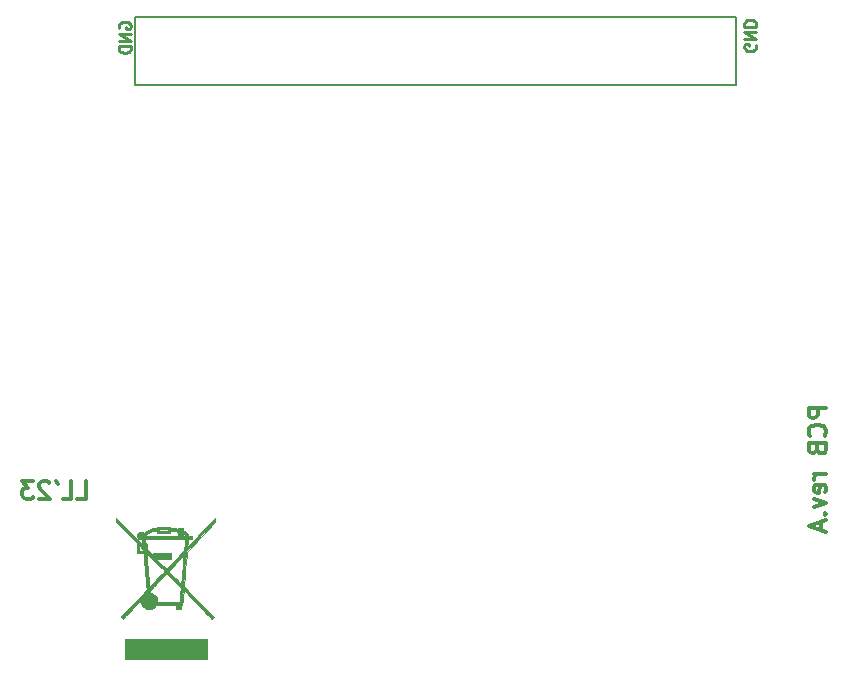
<source format=gbo>
G04 #@! TF.GenerationSoftware,KiCad,Pcbnew,7.0.5-4d25ed1034~172~ubuntu22.04.1*
G04 #@! TF.CreationDate,2023-06-04T17:51:52+03:00*
G04 #@! TF.ProjectId,STM32L475daughter,53544d33-324c-4343-9735-646175676874,rev?*
G04 #@! TF.SameCoordinates,Original*
G04 #@! TF.FileFunction,Legend,Bot*
G04 #@! TF.FilePolarity,Positive*
%FSLAX46Y46*%
G04 Gerber Fmt 4.6, Leading zero omitted, Abs format (unit mm)*
G04 Created by KiCad (PCBNEW 7.0.5-4d25ed1034~172~ubuntu22.04.1) date 2023-06-04 17:51:52*
%MOMM*%
%LPD*%
G01*
G04 APERTURE LIST*
%ADD10C,0.150000*%
%ADD11C,0.250000*%
%ADD12C,0.375000*%
%ADD13C,0.010000*%
%ADD14C,1.700000*%
%ADD15O,1.700000X1.700000*%
%ADD16C,1.524000*%
%ADD17R,1.700000X1.700000*%
%ADD18C,3.600000*%
%ADD19C,5.600000*%
G04 APERTURE END LIST*
D10*
X79850000Y-49385000D02*
X130750000Y-49385000D01*
X130750000Y-55175000D01*
X79850000Y-55175000D01*
X79850000Y-49385000D01*
D11*
X78547238Y-50363095D02*
X78499619Y-50267857D01*
X78499619Y-50267857D02*
X78499619Y-50125000D01*
X78499619Y-50125000D02*
X78547238Y-49982143D01*
X78547238Y-49982143D02*
X78642476Y-49886905D01*
X78642476Y-49886905D02*
X78737714Y-49839286D01*
X78737714Y-49839286D02*
X78928190Y-49791667D01*
X78928190Y-49791667D02*
X79071047Y-49791667D01*
X79071047Y-49791667D02*
X79261523Y-49839286D01*
X79261523Y-49839286D02*
X79356761Y-49886905D01*
X79356761Y-49886905D02*
X79452000Y-49982143D01*
X79452000Y-49982143D02*
X79499619Y-50125000D01*
X79499619Y-50125000D02*
X79499619Y-50220238D01*
X79499619Y-50220238D02*
X79452000Y-50363095D01*
X79452000Y-50363095D02*
X79404380Y-50410714D01*
X79404380Y-50410714D02*
X79071047Y-50410714D01*
X79071047Y-50410714D02*
X79071047Y-50220238D01*
X79499619Y-50839286D02*
X78499619Y-50839286D01*
X78499619Y-50839286D02*
X79499619Y-51410714D01*
X79499619Y-51410714D02*
X78499619Y-51410714D01*
X79499619Y-51886905D02*
X78499619Y-51886905D01*
X78499619Y-51886905D02*
X78499619Y-52125000D01*
X78499619Y-52125000D02*
X78547238Y-52267857D01*
X78547238Y-52267857D02*
X78642476Y-52363095D01*
X78642476Y-52363095D02*
X78737714Y-52410714D01*
X78737714Y-52410714D02*
X78928190Y-52458333D01*
X78928190Y-52458333D02*
X79071047Y-52458333D01*
X79071047Y-52458333D02*
X79261523Y-52410714D01*
X79261523Y-52410714D02*
X79356761Y-52363095D01*
X79356761Y-52363095D02*
X79452000Y-52267857D01*
X79452000Y-52267857D02*
X79499619Y-52125000D01*
X79499619Y-52125000D02*
X79499619Y-51886905D01*
D12*
X74978571Y-90189428D02*
X75692857Y-90189428D01*
X75692857Y-90189428D02*
X75692857Y-88689428D01*
X73764285Y-90189428D02*
X74478571Y-90189428D01*
X74478571Y-90189428D02*
X74478571Y-88689428D01*
X73192856Y-88689428D02*
X73335713Y-88975142D01*
X72621427Y-88832285D02*
X72549999Y-88760857D01*
X72549999Y-88760857D02*
X72407142Y-88689428D01*
X72407142Y-88689428D02*
X72049999Y-88689428D01*
X72049999Y-88689428D02*
X71907142Y-88760857D01*
X71907142Y-88760857D02*
X71835713Y-88832285D01*
X71835713Y-88832285D02*
X71764284Y-88975142D01*
X71764284Y-88975142D02*
X71764284Y-89118000D01*
X71764284Y-89118000D02*
X71835713Y-89332285D01*
X71835713Y-89332285D02*
X72692856Y-90189428D01*
X72692856Y-90189428D02*
X71764284Y-90189428D01*
X71264285Y-88689428D02*
X70335713Y-88689428D01*
X70335713Y-88689428D02*
X70835713Y-89260857D01*
X70835713Y-89260857D02*
X70621428Y-89260857D01*
X70621428Y-89260857D02*
X70478571Y-89332285D01*
X70478571Y-89332285D02*
X70407142Y-89403714D01*
X70407142Y-89403714D02*
X70335713Y-89546571D01*
X70335713Y-89546571D02*
X70335713Y-89903714D01*
X70335713Y-89903714D02*
X70407142Y-90046571D01*
X70407142Y-90046571D02*
X70478571Y-90118000D01*
X70478571Y-90118000D02*
X70621428Y-90189428D01*
X70621428Y-90189428D02*
X71049999Y-90189428D01*
X71049999Y-90189428D02*
X71192856Y-90118000D01*
X71192856Y-90118000D02*
X71264285Y-90046571D01*
X138396928Y-82498852D02*
X136896928Y-82498852D01*
X136896928Y-82498852D02*
X136896928Y-83070281D01*
X136896928Y-83070281D02*
X136968357Y-83213138D01*
X136968357Y-83213138D02*
X137039785Y-83284567D01*
X137039785Y-83284567D02*
X137182642Y-83355995D01*
X137182642Y-83355995D02*
X137396928Y-83355995D01*
X137396928Y-83355995D02*
X137539785Y-83284567D01*
X137539785Y-83284567D02*
X137611214Y-83213138D01*
X137611214Y-83213138D02*
X137682642Y-83070281D01*
X137682642Y-83070281D02*
X137682642Y-82498852D01*
X138254071Y-84855995D02*
X138325500Y-84784567D01*
X138325500Y-84784567D02*
X138396928Y-84570281D01*
X138396928Y-84570281D02*
X138396928Y-84427424D01*
X138396928Y-84427424D02*
X138325500Y-84213138D01*
X138325500Y-84213138D02*
X138182642Y-84070281D01*
X138182642Y-84070281D02*
X138039785Y-83998852D01*
X138039785Y-83998852D02*
X137754071Y-83927424D01*
X137754071Y-83927424D02*
X137539785Y-83927424D01*
X137539785Y-83927424D02*
X137254071Y-83998852D01*
X137254071Y-83998852D02*
X137111214Y-84070281D01*
X137111214Y-84070281D02*
X136968357Y-84213138D01*
X136968357Y-84213138D02*
X136896928Y-84427424D01*
X136896928Y-84427424D02*
X136896928Y-84570281D01*
X136896928Y-84570281D02*
X136968357Y-84784567D01*
X136968357Y-84784567D02*
X137039785Y-84855995D01*
X137611214Y-85998852D02*
X137682642Y-86213138D01*
X137682642Y-86213138D02*
X137754071Y-86284567D01*
X137754071Y-86284567D02*
X137896928Y-86355995D01*
X137896928Y-86355995D02*
X138111214Y-86355995D01*
X138111214Y-86355995D02*
X138254071Y-86284567D01*
X138254071Y-86284567D02*
X138325500Y-86213138D01*
X138325500Y-86213138D02*
X138396928Y-86070281D01*
X138396928Y-86070281D02*
X138396928Y-85498852D01*
X138396928Y-85498852D02*
X136896928Y-85498852D01*
X136896928Y-85498852D02*
X136896928Y-85998852D01*
X136896928Y-85998852D02*
X136968357Y-86141710D01*
X136968357Y-86141710D02*
X137039785Y-86213138D01*
X137039785Y-86213138D02*
X137182642Y-86284567D01*
X137182642Y-86284567D02*
X137325500Y-86284567D01*
X137325500Y-86284567D02*
X137468357Y-86213138D01*
X137468357Y-86213138D02*
X137539785Y-86141710D01*
X137539785Y-86141710D02*
X137611214Y-85998852D01*
X137611214Y-85998852D02*
X137611214Y-85498852D01*
X138396928Y-88141709D02*
X137396928Y-88141709D01*
X137682642Y-88141709D02*
X137539785Y-88213138D01*
X137539785Y-88213138D02*
X137468357Y-88284567D01*
X137468357Y-88284567D02*
X137396928Y-88427424D01*
X137396928Y-88427424D02*
X137396928Y-88570281D01*
X138325500Y-89641709D02*
X138396928Y-89498852D01*
X138396928Y-89498852D02*
X138396928Y-89213138D01*
X138396928Y-89213138D02*
X138325500Y-89070280D01*
X138325500Y-89070280D02*
X138182642Y-88998852D01*
X138182642Y-88998852D02*
X137611214Y-88998852D01*
X137611214Y-88998852D02*
X137468357Y-89070280D01*
X137468357Y-89070280D02*
X137396928Y-89213138D01*
X137396928Y-89213138D02*
X137396928Y-89498852D01*
X137396928Y-89498852D02*
X137468357Y-89641709D01*
X137468357Y-89641709D02*
X137611214Y-89713138D01*
X137611214Y-89713138D02*
X137754071Y-89713138D01*
X137754071Y-89713138D02*
X137896928Y-88998852D01*
X137396928Y-90213137D02*
X138396928Y-90570280D01*
X138396928Y-90570280D02*
X137396928Y-90927423D01*
X138254071Y-91498851D02*
X138325500Y-91570280D01*
X138325500Y-91570280D02*
X138396928Y-91498851D01*
X138396928Y-91498851D02*
X138325500Y-91427423D01*
X138325500Y-91427423D02*
X138254071Y-91498851D01*
X138254071Y-91498851D02*
X138396928Y-91498851D01*
X137968357Y-92141709D02*
X137968357Y-92855995D01*
X138396928Y-91998852D02*
X136896928Y-92498852D01*
X136896928Y-92498852D02*
X138396928Y-92998852D01*
D11*
X132402761Y-51736904D02*
X132450380Y-51832142D01*
X132450380Y-51832142D02*
X132450380Y-51974999D01*
X132450380Y-51974999D02*
X132402761Y-52117856D01*
X132402761Y-52117856D02*
X132307523Y-52213094D01*
X132307523Y-52213094D02*
X132212285Y-52260713D01*
X132212285Y-52260713D02*
X132021809Y-52308332D01*
X132021809Y-52308332D02*
X131878952Y-52308332D01*
X131878952Y-52308332D02*
X131688476Y-52260713D01*
X131688476Y-52260713D02*
X131593238Y-52213094D01*
X131593238Y-52213094D02*
X131498000Y-52117856D01*
X131498000Y-52117856D02*
X131450380Y-51974999D01*
X131450380Y-51974999D02*
X131450380Y-51879761D01*
X131450380Y-51879761D02*
X131498000Y-51736904D01*
X131498000Y-51736904D02*
X131545619Y-51689285D01*
X131545619Y-51689285D02*
X131878952Y-51689285D01*
X131878952Y-51689285D02*
X131878952Y-51879761D01*
X131450380Y-51260713D02*
X132450380Y-51260713D01*
X132450380Y-51260713D02*
X131450380Y-50689285D01*
X131450380Y-50689285D02*
X132450380Y-50689285D01*
X131450380Y-50213094D02*
X132450380Y-50213094D01*
X132450380Y-50213094D02*
X132450380Y-49974999D01*
X132450380Y-49974999D02*
X132402761Y-49832142D01*
X132402761Y-49832142D02*
X132307523Y-49736904D01*
X132307523Y-49736904D02*
X132212285Y-49689285D01*
X132212285Y-49689285D02*
X132021809Y-49641666D01*
X132021809Y-49641666D02*
X131878952Y-49641666D01*
X131878952Y-49641666D02*
X131688476Y-49689285D01*
X131688476Y-49689285D02*
X131593238Y-49736904D01*
X131593238Y-49736904D02*
X131498000Y-49832142D01*
X131498000Y-49832142D02*
X131450380Y-49974999D01*
X131450380Y-49974999D02*
X131450380Y-50213094D01*
D13*
X85961177Y-103751471D02*
X78988628Y-103751471D01*
X78988628Y-102033235D01*
X85961177Y-102033235D01*
X85961177Y-103751471D01*
G36*
X85961177Y-103751471D02*
G01*
X78988628Y-103751471D01*
X78988628Y-102033235D01*
X85961177Y-102033235D01*
X85961177Y-103751471D01*
G37*
X83919241Y-92775931D02*
X83920220Y-92801578D01*
X83932956Y-92844638D01*
X83969205Y-92881155D01*
X84039917Y-92924625D01*
X84101991Y-92964339D01*
X84196493Y-93040587D01*
X84282136Y-93126185D01*
X84347648Y-93209456D01*
X84381758Y-93278724D01*
X84390115Y-93305416D01*
X84405597Y-93323740D01*
X84410817Y-93329919D01*
X84453486Y-93340300D01*
X84532013Y-93342451D01*
X84666275Y-93342451D01*
X84666275Y-93566569D01*
X84350339Y-93566569D01*
X84320841Y-93918645D01*
X84316880Y-93966779D01*
X84307653Y-94087272D01*
X84301134Y-94185319D01*
X84297888Y-94251866D01*
X84298478Y-94277857D01*
X84307060Y-94270385D01*
X84346217Y-94231437D01*
X84413912Y-94162404D01*
X84506718Y-94066866D01*
X84621211Y-93948400D01*
X84753963Y-93810586D01*
X84901550Y-93657002D01*
X85060546Y-93491226D01*
X85227525Y-93316838D01*
X85399061Y-93137415D01*
X85571729Y-92956537D01*
X85742103Y-92777782D01*
X85906757Y-92604729D01*
X86062266Y-92440956D01*
X86205204Y-92290041D01*
X86332145Y-92155564D01*
X86439664Y-92041103D01*
X86631779Y-91835882D01*
X86633529Y-92185520D01*
X84254931Y-94687026D01*
X84231157Y-94972099D01*
X84136037Y-96112729D01*
X84119225Y-96315036D01*
X84098365Y-96568172D01*
X84079113Y-96804146D01*
X84061836Y-97018320D01*
X84046904Y-97206058D01*
X84034685Y-97362720D01*
X84025546Y-97483669D01*
X84019856Y-97564266D01*
X84017983Y-97599873D01*
X84022927Y-97616189D01*
X84045148Y-97651420D01*
X84087292Y-97704519D01*
X84107630Y-97727727D01*
X84151601Y-97777903D01*
X84240320Y-97873991D01*
X84355692Y-97995204D01*
X84499962Y-98143960D01*
X84675372Y-98322678D01*
X84884167Y-98533777D01*
X85021523Y-98672301D01*
X85213001Y-98865518D01*
X85403806Y-99058176D01*
X85588204Y-99244478D01*
X85760459Y-99418625D01*
X85914833Y-99574820D01*
X86045592Y-99707266D01*
X86146999Y-99810164D01*
X86544488Y-100214089D01*
X86472291Y-100289447D01*
X86455264Y-100306425D01*
X86405032Y-100348118D01*
X86370571Y-100364804D01*
X86343592Y-100350559D01*
X86293432Y-100307811D01*
X86233298Y-100246520D01*
X86196696Y-100207807D01*
X86128434Y-100137115D01*
X86031958Y-100037962D01*
X85910674Y-99913824D01*
X85767989Y-99768180D01*
X85607310Y-99604506D01*
X85432043Y-99426281D01*
X85245595Y-99236981D01*
X85051374Y-99040085D01*
X83977200Y-97951934D01*
X83933444Y-98517144D01*
X83923906Y-98637782D01*
X83909976Y-98799947D01*
X83897413Y-98922774D01*
X83885284Y-99012720D01*
X83872659Y-99076239D01*
X83858607Y-99119789D01*
X83842197Y-99149825D01*
X83819229Y-99191805D01*
X83800331Y-99268980D01*
X83794706Y-99380168D01*
X83794706Y-99543039D01*
X83346471Y-99543039D01*
X83346471Y-99194412D01*
X81671867Y-99194412D01*
X81575068Y-99304381D01*
X81548596Y-99333017D01*
X81405121Y-99448061D01*
X81243014Y-99518886D01*
X81067488Y-99543039D01*
X80912605Y-99530234D01*
X80737422Y-99476250D01*
X80587454Y-99379766D01*
X80558226Y-99352191D01*
X80485181Y-99262924D01*
X80421094Y-99158934D01*
X80375137Y-99056433D01*
X80356485Y-98971630D01*
X80356125Y-98959320D01*
X80353442Y-98914212D01*
X80346427Y-98883054D01*
X80331752Y-98868311D01*
X80306089Y-98872446D01*
X80266108Y-98897922D01*
X80208483Y-98947203D01*
X80129884Y-99022752D01*
X80026983Y-99127033D01*
X79896451Y-99262509D01*
X79734960Y-99431644D01*
X79648941Y-99521927D01*
X79505157Y-99673089D01*
X79369121Y-99816403D01*
X79246167Y-99946235D01*
X79141624Y-100056953D01*
X79060824Y-100142926D01*
X79009098Y-100198521D01*
X78867706Y-100352353D01*
X78780316Y-100265196D01*
X78692925Y-100178039D01*
X79773875Y-99045000D01*
X79842032Y-98973510D01*
X80084512Y-98718204D01*
X80292662Y-98497355D01*
X80467105Y-98310276D01*
X80608465Y-98156283D01*
X80708421Y-98044677D01*
X81117685Y-98044677D01*
X81120903Y-98070937D01*
X81121465Y-98073680D01*
X81148284Y-98135883D01*
X81201854Y-98164866D01*
X81366981Y-98226654D01*
X81514101Y-98329585D01*
X81629812Y-98465742D01*
X81709116Y-98629173D01*
X81747012Y-98813925D01*
X81759564Y-98970294D01*
X83639895Y-98970294D01*
X83653005Y-98914265D01*
X83655324Y-98900515D01*
X83662530Y-98839027D01*
X83672364Y-98739611D01*
X83684095Y-98610185D01*
X83696991Y-98458668D01*
X83710323Y-98292981D01*
X83754531Y-97727727D01*
X83158636Y-97122589D01*
X83049337Y-97011962D01*
X82915608Y-96877660D01*
X82795636Y-96758351D01*
X82693630Y-96658162D01*
X82613799Y-96581219D01*
X82560352Y-96531650D01*
X82537497Y-96513580D01*
X82522172Y-96522214D01*
X82476527Y-96561496D01*
X82407834Y-96627115D01*
X82322238Y-96713153D01*
X82225882Y-96813692D01*
X82200747Y-96840355D01*
X82088042Y-96959623D01*
X81953741Y-97101397D01*
X81807957Y-97255021D01*
X81660800Y-97409837D01*
X81522383Y-97555186D01*
X81514068Y-97563907D01*
X81385380Y-97699319D01*
X81287184Y-97804174D01*
X81215597Y-97883461D01*
X81166736Y-97942166D01*
X81136719Y-97985279D01*
X81121663Y-98017787D01*
X81117685Y-98044677D01*
X80708421Y-98044677D01*
X80717365Y-98034691D01*
X80794430Y-97944815D01*
X80840284Y-97885970D01*
X80855550Y-97857471D01*
X80855551Y-97857302D01*
X80853458Y-97821784D01*
X80847341Y-97742168D01*
X80837679Y-97623870D01*
X80824953Y-97472312D01*
X80809641Y-97292911D01*
X80792222Y-97091086D01*
X80773177Y-96872256D01*
X80752983Y-96641840D01*
X80732120Y-96405257D01*
X80711068Y-96167926D01*
X80690306Y-95935265D01*
X80670313Y-95712693D01*
X80651568Y-95505630D01*
X80634550Y-95319494D01*
X80619739Y-95159704D01*
X80607614Y-95031679D01*
X80598655Y-94940837D01*
X80593339Y-94892598D01*
X80582622Y-94811801D01*
X80838461Y-94811801D01*
X80841739Y-94873037D01*
X80848950Y-94976018D01*
X80859735Y-95116297D01*
X80873732Y-95289432D01*
X80890579Y-95490976D01*
X80909917Y-95716484D01*
X80931384Y-95961512D01*
X80954619Y-96221615D01*
X80972783Y-96422210D01*
X80995533Y-96670981D01*
X81016833Y-96901175D01*
X81036259Y-97108359D01*
X81053389Y-97288100D01*
X81067798Y-97435964D01*
X81079065Y-97547519D01*
X81086764Y-97618332D01*
X81090473Y-97643970D01*
X81101724Y-97636027D01*
X81142981Y-97597038D01*
X81210021Y-97530068D01*
X81298228Y-97439990D01*
X81402987Y-97331680D01*
X81519682Y-97210013D01*
X81643700Y-97079863D01*
X81770424Y-96946104D01*
X81895240Y-96813612D01*
X82013532Y-96687261D01*
X82120686Y-96571926D01*
X82212086Y-96472481D01*
X82283117Y-96393801D01*
X82329164Y-96340761D01*
X82342618Y-96322337D01*
X82702699Y-96322337D01*
X83248703Y-96867917D01*
X83382221Y-97001110D01*
X83508058Y-97125751D01*
X83605538Y-97220688D01*
X83678231Y-97288999D01*
X83729710Y-97333767D01*
X83763546Y-97358070D01*
X83783311Y-97364991D01*
X83792577Y-97357608D01*
X83794916Y-97339004D01*
X83796415Y-97309111D01*
X83801817Y-97232139D01*
X83810743Y-97115320D01*
X83822765Y-96963975D01*
X83837454Y-96783428D01*
X83854379Y-96579000D01*
X83873113Y-96356016D01*
X83893225Y-96119797D01*
X83910981Y-95911604D01*
X83929483Y-95692322D01*
X83946072Y-95493219D01*
X83960352Y-95319200D01*
X83971922Y-95175171D01*
X83980386Y-95066041D01*
X83985344Y-94996714D01*
X83986398Y-94972099D01*
X83985563Y-94972562D01*
X83962046Y-94995222D01*
X83909806Y-95048392D01*
X83833442Y-95127250D01*
X83737558Y-95226972D01*
X83626755Y-95342737D01*
X83505633Y-95469720D01*
X83378794Y-95603100D01*
X83250840Y-95738054D01*
X83126372Y-95869759D01*
X83009992Y-95993393D01*
X82906301Y-96104132D01*
X82706526Y-96318235D01*
X82702699Y-96322337D01*
X82342618Y-96322337D01*
X82345613Y-96318235D01*
X82329489Y-96296406D01*
X82282612Y-96244154D01*
X82209338Y-96165984D01*
X82114026Y-96066300D01*
X82001038Y-95949508D01*
X81874735Y-95820016D01*
X81739478Y-95682230D01*
X81599629Y-95540554D01*
X81459548Y-95399396D01*
X81323597Y-95263162D01*
X81196136Y-95136258D01*
X81081528Y-95023090D01*
X80984132Y-94928064D01*
X80908311Y-94855587D01*
X80858426Y-94810064D01*
X80838836Y-94795902D01*
X80838461Y-94811801D01*
X80582622Y-94811801D01*
X80579301Y-94786765D01*
X80034510Y-94786765D01*
X80034199Y-94587549D01*
X80233726Y-94587549D01*
X80395588Y-94587549D01*
X80409988Y-94587536D01*
X80491293Y-94585801D01*
X80535509Y-94578383D01*
X80553831Y-94561358D01*
X80557451Y-94530800D01*
X80541507Y-94485883D01*
X80486895Y-94411161D01*
X80395588Y-94313628D01*
X80233726Y-94153204D01*
X80233726Y-94587549D01*
X80034199Y-94587549D01*
X80033206Y-93952549D01*
X79138614Y-93043628D01*
X78244022Y-92134706D01*
X78242795Y-91962248D01*
X78241569Y-91789791D01*
X79314581Y-92877395D01*
X79418291Y-92982446D01*
X79633492Y-93199842D01*
X79817482Y-93384696D01*
X79972639Y-93539283D01*
X80101340Y-93665878D01*
X80205962Y-93766755D01*
X80288882Y-93844189D01*
X80352478Y-93900456D01*
X80399126Y-93937831D01*
X80431204Y-93958587D01*
X80451089Y-93965000D01*
X80484617Y-93963058D01*
X80503440Y-93948874D01*
X80506686Y-93910069D01*
X80498881Y-93834265D01*
X80493500Y-93786539D01*
X80486013Y-93706768D01*
X80482996Y-93653726D01*
X80481519Y-93635441D01*
X80467124Y-93615857D01*
X80427362Y-93609367D01*
X80350168Y-93612200D01*
X80330459Y-93613310D01*
X80251562Y-93612058D01*
X80195442Y-93594722D01*
X80155886Y-93566569D01*
X80716863Y-93566569D01*
X80725104Y-93659951D01*
X80728911Y-93702320D01*
X80740772Y-93817997D01*
X80752459Y-93894186D01*
X80766125Y-93938805D01*
X80783920Y-93959771D01*
X80807996Y-93965000D01*
X80829644Y-93968562D01*
X80844000Y-93985579D01*
X80852021Y-94025137D01*
X80855512Y-94096323D01*
X80856275Y-94208219D01*
X80856275Y-94451438D01*
X80935884Y-94530800D01*
X81130196Y-94724510D01*
X81404118Y-94997582D01*
X81404118Y-94786765D01*
X82898235Y-94786765D01*
X82898235Y-95259902D01*
X81673350Y-95259902D01*
X82088760Y-95689461D01*
X82168328Y-95771504D01*
X82278355Y-95884121D01*
X82373894Y-95980926D01*
X82449942Y-96056893D01*
X82501496Y-96106996D01*
X82523552Y-96126208D01*
X82531935Y-96120910D01*
X82571246Y-96085294D01*
X82639030Y-96019343D01*
X82731665Y-95926722D01*
X82845531Y-95811093D01*
X82977006Y-95676118D01*
X83122470Y-95525461D01*
X83278300Y-95362783D01*
X83434930Y-95198397D01*
X83588471Y-95036386D01*
X83712987Y-94903595D01*
X83811523Y-94796503D01*
X83887126Y-94711589D01*
X83942841Y-94645332D01*
X83981713Y-94594214D01*
X84006788Y-94554712D01*
X84021111Y-94523307D01*
X84027728Y-94496477D01*
X84029482Y-94483409D01*
X84037261Y-94411399D01*
X84047106Y-94305387D01*
X84057934Y-94177460D01*
X84068662Y-94039706D01*
X84072299Y-93991728D01*
X84082809Y-93862097D01*
X84092830Y-93750283D01*
X84101375Y-93666909D01*
X84107456Y-93622598D01*
X84119380Y-93566569D01*
X80716863Y-93566569D01*
X80155886Y-93566569D01*
X80140130Y-93555355D01*
X80130604Y-93547068D01*
X80052699Y-93446707D01*
X80021846Y-93342451D01*
X80696755Y-93342451D01*
X83498064Y-93342451D01*
X83919216Y-93342451D01*
X84032151Y-93342451D01*
X84065986Y-93342212D01*
X84116120Y-93337855D01*
X84130593Y-93323740D01*
X84119358Y-93294379D01*
X84116038Y-93288781D01*
X84078769Y-93245732D01*
X84024774Y-93197957D01*
X83970914Y-93159208D01*
X83934048Y-93143235D01*
X83930733Y-93145760D01*
X83922508Y-93180443D01*
X83919216Y-93242843D01*
X83919216Y-93342451D01*
X83498064Y-93342451D01*
X83490748Y-93162854D01*
X83483431Y-92983257D01*
X83334020Y-92953245D01*
X83259091Y-92939633D01*
X83133963Y-92920574D01*
X83016520Y-92906197D01*
X82848431Y-92889161D01*
X82848431Y-93093431D01*
X81702941Y-93093431D01*
X81702941Y-92913379D01*
X81559755Y-92930470D01*
X81340977Y-92967100D01*
X81120793Y-93033330D01*
X80938664Y-93125681D01*
X80791504Y-93245419D01*
X80696755Y-93342451D01*
X80021846Y-93342451D01*
X80018418Y-93330869D01*
X80028919Y-93209354D01*
X80085361Y-93091961D01*
X80090824Y-93084651D01*
X80166254Y-93021763D01*
X80264588Y-92984564D01*
X80370591Y-92974669D01*
X80469028Y-92993695D01*
X80544664Y-93043256D01*
X80570272Y-93068557D01*
X80595220Y-93074690D01*
X80630944Y-93055720D01*
X80691269Y-93008358D01*
X80709777Y-92993801D01*
X80852676Y-92901927D01*
X80868654Y-92894216D01*
X81902157Y-92894216D01*
X82649216Y-92894216D01*
X82649216Y-92769706D01*
X81902157Y-92769706D01*
X81902157Y-92894216D01*
X80868654Y-92894216D01*
X81021968Y-92820224D01*
X81201891Y-92754579D01*
X81376680Y-92710876D01*
X81530574Y-92695000D01*
X81546924Y-92694874D01*
X81637799Y-92686027D01*
X81687705Y-92661221D01*
X81702941Y-92617630D01*
X81704731Y-92603897D01*
X81714512Y-92592085D01*
X81738269Y-92583439D01*
X81781974Y-92577467D01*
X81851596Y-92573677D01*
X81953108Y-92571579D01*
X82092481Y-92570681D01*
X82275686Y-92570490D01*
X82447346Y-92570826D01*
X82593246Y-92572181D01*
X82700055Y-92574915D01*
X82773374Y-92579381D01*
X82818808Y-92585933D01*
X82841959Y-92594926D01*
X82848431Y-92606715D01*
X82869718Y-92635660D01*
X82929363Y-92654132D01*
X82952192Y-92657363D01*
X83030030Y-92668739D01*
X83133608Y-92684159D01*
X83246863Y-92701240D01*
X83309323Y-92709935D01*
X83400733Y-92719352D01*
X83465230Y-92721624D01*
X83491732Y-92716078D01*
X83496257Y-92712465D01*
X83538037Y-92703543D01*
X83613193Y-92697331D01*
X83709624Y-92695000D01*
X83919216Y-92695000D01*
X83919240Y-92769706D01*
X83919241Y-92775931D01*
G36*
X83919241Y-92775931D02*
G01*
X83920220Y-92801578D01*
X83932956Y-92844638D01*
X83969205Y-92881155D01*
X84039917Y-92924625D01*
X84101991Y-92964339D01*
X84196493Y-93040587D01*
X84282136Y-93126185D01*
X84347648Y-93209456D01*
X84381758Y-93278724D01*
X84390115Y-93305416D01*
X84405597Y-93323740D01*
X84410817Y-93329919D01*
X84453486Y-93340300D01*
X84532013Y-93342451D01*
X84666275Y-93342451D01*
X84666275Y-93566569D01*
X84350339Y-93566569D01*
X84320841Y-93918645D01*
X84316880Y-93966779D01*
X84307653Y-94087272D01*
X84301134Y-94185319D01*
X84297888Y-94251866D01*
X84298478Y-94277857D01*
X84307060Y-94270385D01*
X84346217Y-94231437D01*
X84413912Y-94162404D01*
X84506718Y-94066866D01*
X84621211Y-93948400D01*
X84753963Y-93810586D01*
X84901550Y-93657002D01*
X85060546Y-93491226D01*
X85227525Y-93316838D01*
X85399061Y-93137415D01*
X85571729Y-92956537D01*
X85742103Y-92777782D01*
X85906757Y-92604729D01*
X86062266Y-92440956D01*
X86205204Y-92290041D01*
X86332145Y-92155564D01*
X86439664Y-92041103D01*
X86631779Y-91835882D01*
X86633529Y-92185520D01*
X84254931Y-94687026D01*
X84231157Y-94972099D01*
X84136037Y-96112729D01*
X84119225Y-96315036D01*
X84098365Y-96568172D01*
X84079113Y-96804146D01*
X84061836Y-97018320D01*
X84046904Y-97206058D01*
X84034685Y-97362720D01*
X84025546Y-97483669D01*
X84019856Y-97564266D01*
X84017983Y-97599873D01*
X84022927Y-97616189D01*
X84045148Y-97651420D01*
X84087292Y-97704519D01*
X84107630Y-97727727D01*
X84151601Y-97777903D01*
X84240320Y-97873991D01*
X84355692Y-97995204D01*
X84499962Y-98143960D01*
X84675372Y-98322678D01*
X84884167Y-98533777D01*
X85021523Y-98672301D01*
X85213001Y-98865518D01*
X85403806Y-99058176D01*
X85588204Y-99244478D01*
X85760459Y-99418625D01*
X85914833Y-99574820D01*
X86045592Y-99707266D01*
X86146999Y-99810164D01*
X86544488Y-100214089D01*
X86472291Y-100289447D01*
X86455264Y-100306425D01*
X86405032Y-100348118D01*
X86370571Y-100364804D01*
X86343592Y-100350559D01*
X86293432Y-100307811D01*
X86233298Y-100246520D01*
X86196696Y-100207807D01*
X86128434Y-100137115D01*
X86031958Y-100037962D01*
X85910674Y-99913824D01*
X85767989Y-99768180D01*
X85607310Y-99604506D01*
X85432043Y-99426281D01*
X85245595Y-99236981D01*
X85051374Y-99040085D01*
X83977200Y-97951934D01*
X83933444Y-98517144D01*
X83923906Y-98637782D01*
X83909976Y-98799947D01*
X83897413Y-98922774D01*
X83885284Y-99012720D01*
X83872659Y-99076239D01*
X83858607Y-99119789D01*
X83842197Y-99149825D01*
X83819229Y-99191805D01*
X83800331Y-99268980D01*
X83794706Y-99380168D01*
X83794706Y-99543039D01*
X83346471Y-99543039D01*
X83346471Y-99194412D01*
X81671867Y-99194412D01*
X81575068Y-99304381D01*
X81548596Y-99333017D01*
X81405121Y-99448061D01*
X81243014Y-99518886D01*
X81067488Y-99543039D01*
X80912605Y-99530234D01*
X80737422Y-99476250D01*
X80587454Y-99379766D01*
X80558226Y-99352191D01*
X80485181Y-99262924D01*
X80421094Y-99158934D01*
X80375137Y-99056433D01*
X80356485Y-98971630D01*
X80356125Y-98959320D01*
X80353442Y-98914212D01*
X80346427Y-98883054D01*
X80331752Y-98868311D01*
X80306089Y-98872446D01*
X80266108Y-98897922D01*
X80208483Y-98947203D01*
X80129884Y-99022752D01*
X80026983Y-99127033D01*
X79896451Y-99262509D01*
X79734960Y-99431644D01*
X79648941Y-99521927D01*
X79505157Y-99673089D01*
X79369121Y-99816403D01*
X79246167Y-99946235D01*
X79141624Y-100056953D01*
X79060824Y-100142926D01*
X79009098Y-100198521D01*
X78867706Y-100352353D01*
X78780316Y-100265196D01*
X78692925Y-100178039D01*
X79773875Y-99045000D01*
X79842032Y-98973510D01*
X80084512Y-98718204D01*
X80292662Y-98497355D01*
X80467105Y-98310276D01*
X80608465Y-98156283D01*
X80708421Y-98044677D01*
X81117685Y-98044677D01*
X81120903Y-98070937D01*
X81121465Y-98073680D01*
X81148284Y-98135883D01*
X81201854Y-98164866D01*
X81366981Y-98226654D01*
X81514101Y-98329585D01*
X81629812Y-98465742D01*
X81709116Y-98629173D01*
X81747012Y-98813925D01*
X81759564Y-98970294D01*
X83639895Y-98970294D01*
X83653005Y-98914265D01*
X83655324Y-98900515D01*
X83662530Y-98839027D01*
X83672364Y-98739611D01*
X83684095Y-98610185D01*
X83696991Y-98458668D01*
X83710323Y-98292981D01*
X83754531Y-97727727D01*
X83158636Y-97122589D01*
X83049337Y-97011962D01*
X82915608Y-96877660D01*
X82795636Y-96758351D01*
X82693630Y-96658162D01*
X82613799Y-96581219D01*
X82560352Y-96531650D01*
X82537497Y-96513580D01*
X82522172Y-96522214D01*
X82476527Y-96561496D01*
X82407834Y-96627115D01*
X82322238Y-96713153D01*
X82225882Y-96813692D01*
X82200747Y-96840355D01*
X82088042Y-96959623D01*
X81953741Y-97101397D01*
X81807957Y-97255021D01*
X81660800Y-97409837D01*
X81522383Y-97555186D01*
X81514068Y-97563907D01*
X81385380Y-97699319D01*
X81287184Y-97804174D01*
X81215597Y-97883461D01*
X81166736Y-97942166D01*
X81136719Y-97985279D01*
X81121663Y-98017787D01*
X81117685Y-98044677D01*
X80708421Y-98044677D01*
X80717365Y-98034691D01*
X80794430Y-97944815D01*
X80840284Y-97885970D01*
X80855550Y-97857471D01*
X80855551Y-97857302D01*
X80853458Y-97821784D01*
X80847341Y-97742168D01*
X80837679Y-97623870D01*
X80824953Y-97472312D01*
X80809641Y-97292911D01*
X80792222Y-97091086D01*
X80773177Y-96872256D01*
X80752983Y-96641840D01*
X80732120Y-96405257D01*
X80711068Y-96167926D01*
X80690306Y-95935265D01*
X80670313Y-95712693D01*
X80651568Y-95505630D01*
X80634550Y-95319494D01*
X80619739Y-95159704D01*
X80607614Y-95031679D01*
X80598655Y-94940837D01*
X80593339Y-94892598D01*
X80582622Y-94811801D01*
X80838461Y-94811801D01*
X80841739Y-94873037D01*
X80848950Y-94976018D01*
X80859735Y-95116297D01*
X80873732Y-95289432D01*
X80890579Y-95490976D01*
X80909917Y-95716484D01*
X80931384Y-95961512D01*
X80954619Y-96221615D01*
X80972783Y-96422210D01*
X80995533Y-96670981D01*
X81016833Y-96901175D01*
X81036259Y-97108359D01*
X81053389Y-97288100D01*
X81067798Y-97435964D01*
X81079065Y-97547519D01*
X81086764Y-97618332D01*
X81090473Y-97643970D01*
X81101724Y-97636027D01*
X81142981Y-97597038D01*
X81210021Y-97530068D01*
X81298228Y-97439990D01*
X81402987Y-97331680D01*
X81519682Y-97210013D01*
X81643700Y-97079863D01*
X81770424Y-96946104D01*
X81895240Y-96813612D01*
X82013532Y-96687261D01*
X82120686Y-96571926D01*
X82212086Y-96472481D01*
X82283117Y-96393801D01*
X82329164Y-96340761D01*
X82342618Y-96322337D01*
X82702699Y-96322337D01*
X83248703Y-96867917D01*
X83382221Y-97001110D01*
X83508058Y-97125751D01*
X83605538Y-97220688D01*
X83678231Y-97288999D01*
X83729710Y-97333767D01*
X83763546Y-97358070D01*
X83783311Y-97364991D01*
X83792577Y-97357608D01*
X83794916Y-97339004D01*
X83796415Y-97309111D01*
X83801817Y-97232139D01*
X83810743Y-97115320D01*
X83822765Y-96963975D01*
X83837454Y-96783428D01*
X83854379Y-96579000D01*
X83873113Y-96356016D01*
X83893225Y-96119797D01*
X83910981Y-95911604D01*
X83929483Y-95692322D01*
X83946072Y-95493219D01*
X83960352Y-95319200D01*
X83971922Y-95175171D01*
X83980386Y-95066041D01*
X83985344Y-94996714D01*
X83986398Y-94972099D01*
X83985563Y-94972562D01*
X83962046Y-94995222D01*
X83909806Y-95048392D01*
X83833442Y-95127250D01*
X83737558Y-95226972D01*
X83626755Y-95342737D01*
X83505633Y-95469720D01*
X83378794Y-95603100D01*
X83250840Y-95738054D01*
X83126372Y-95869759D01*
X83009992Y-95993393D01*
X82906301Y-96104132D01*
X82706526Y-96318235D01*
X82702699Y-96322337D01*
X82342618Y-96322337D01*
X82345613Y-96318235D01*
X82329489Y-96296406D01*
X82282612Y-96244154D01*
X82209338Y-96165984D01*
X82114026Y-96066300D01*
X82001038Y-95949508D01*
X81874735Y-95820016D01*
X81739478Y-95682230D01*
X81599629Y-95540554D01*
X81459548Y-95399396D01*
X81323597Y-95263162D01*
X81196136Y-95136258D01*
X81081528Y-95023090D01*
X80984132Y-94928064D01*
X80908311Y-94855587D01*
X80858426Y-94810064D01*
X80838836Y-94795902D01*
X80838461Y-94811801D01*
X80582622Y-94811801D01*
X80579301Y-94786765D01*
X80034510Y-94786765D01*
X80034199Y-94587549D01*
X80233726Y-94587549D01*
X80395588Y-94587549D01*
X80409988Y-94587536D01*
X80491293Y-94585801D01*
X80535509Y-94578383D01*
X80553831Y-94561358D01*
X80557451Y-94530800D01*
X80541507Y-94485883D01*
X80486895Y-94411161D01*
X80395588Y-94313628D01*
X80233726Y-94153204D01*
X80233726Y-94587549D01*
X80034199Y-94587549D01*
X80033206Y-93952549D01*
X79138614Y-93043628D01*
X78244022Y-92134706D01*
X78242795Y-91962248D01*
X78241569Y-91789791D01*
X79314581Y-92877395D01*
X79418291Y-92982446D01*
X79633492Y-93199842D01*
X79817482Y-93384696D01*
X79972639Y-93539283D01*
X80101340Y-93665878D01*
X80205962Y-93766755D01*
X80288882Y-93844189D01*
X80352478Y-93900456D01*
X80399126Y-93937831D01*
X80431204Y-93958587D01*
X80451089Y-93965000D01*
X80484617Y-93963058D01*
X80503440Y-93948874D01*
X80506686Y-93910069D01*
X80498881Y-93834265D01*
X80493500Y-93786539D01*
X80486013Y-93706768D01*
X80482996Y-93653726D01*
X80481519Y-93635441D01*
X80467124Y-93615857D01*
X80427362Y-93609367D01*
X80350168Y-93612200D01*
X80330459Y-93613310D01*
X80251562Y-93612058D01*
X80195442Y-93594722D01*
X80155886Y-93566569D01*
X80716863Y-93566569D01*
X80725104Y-93659951D01*
X80728911Y-93702320D01*
X80740772Y-93817997D01*
X80752459Y-93894186D01*
X80766125Y-93938805D01*
X80783920Y-93959771D01*
X80807996Y-93965000D01*
X80829644Y-93968562D01*
X80844000Y-93985579D01*
X80852021Y-94025137D01*
X80855512Y-94096323D01*
X80856275Y-94208219D01*
X80856275Y-94451438D01*
X80935884Y-94530800D01*
X81130196Y-94724510D01*
X81404118Y-94997582D01*
X81404118Y-94786765D01*
X82898235Y-94786765D01*
X82898235Y-95259902D01*
X81673350Y-95259902D01*
X82088760Y-95689461D01*
X82168328Y-95771504D01*
X82278355Y-95884121D01*
X82373894Y-95980926D01*
X82449942Y-96056893D01*
X82501496Y-96106996D01*
X82523552Y-96126208D01*
X82531935Y-96120910D01*
X82571246Y-96085294D01*
X82639030Y-96019343D01*
X82731665Y-95926722D01*
X82845531Y-95811093D01*
X82977006Y-95676118D01*
X83122470Y-95525461D01*
X83278300Y-95362783D01*
X83434930Y-95198397D01*
X83588471Y-95036386D01*
X83712987Y-94903595D01*
X83811523Y-94796503D01*
X83887126Y-94711589D01*
X83942841Y-94645332D01*
X83981713Y-94594214D01*
X84006788Y-94554712D01*
X84021111Y-94523307D01*
X84027728Y-94496477D01*
X84029482Y-94483409D01*
X84037261Y-94411399D01*
X84047106Y-94305387D01*
X84057934Y-94177460D01*
X84068662Y-94039706D01*
X84072299Y-93991728D01*
X84082809Y-93862097D01*
X84092830Y-93750283D01*
X84101375Y-93666909D01*
X84107456Y-93622598D01*
X84119380Y-93566569D01*
X80716863Y-93566569D01*
X80155886Y-93566569D01*
X80140130Y-93555355D01*
X80130604Y-93547068D01*
X80052699Y-93446707D01*
X80021846Y-93342451D01*
X80696755Y-93342451D01*
X83498064Y-93342451D01*
X83919216Y-93342451D01*
X84032151Y-93342451D01*
X84065986Y-93342212D01*
X84116120Y-93337855D01*
X84130593Y-93323740D01*
X84119358Y-93294379D01*
X84116038Y-93288781D01*
X84078769Y-93245732D01*
X84024774Y-93197957D01*
X83970914Y-93159208D01*
X83934048Y-93143235D01*
X83930733Y-93145760D01*
X83922508Y-93180443D01*
X83919216Y-93242843D01*
X83919216Y-93342451D01*
X83498064Y-93342451D01*
X83490748Y-93162854D01*
X83483431Y-92983257D01*
X83334020Y-92953245D01*
X83259091Y-92939633D01*
X83133963Y-92920574D01*
X83016520Y-92906197D01*
X82848431Y-92889161D01*
X82848431Y-93093431D01*
X81702941Y-93093431D01*
X81702941Y-92913379D01*
X81559755Y-92930470D01*
X81340977Y-92967100D01*
X81120793Y-93033330D01*
X80938664Y-93125681D01*
X80791504Y-93245419D01*
X80696755Y-93342451D01*
X80021846Y-93342451D01*
X80018418Y-93330869D01*
X80028919Y-93209354D01*
X80085361Y-93091961D01*
X80090824Y-93084651D01*
X80166254Y-93021763D01*
X80264588Y-92984564D01*
X80370591Y-92974669D01*
X80469028Y-92993695D01*
X80544664Y-93043256D01*
X80570272Y-93068557D01*
X80595220Y-93074690D01*
X80630944Y-93055720D01*
X80691269Y-93008358D01*
X80709777Y-92993801D01*
X80852676Y-92901927D01*
X80868654Y-92894216D01*
X81902157Y-92894216D01*
X82649216Y-92894216D01*
X82649216Y-92769706D01*
X81902157Y-92769706D01*
X81902157Y-92894216D01*
X80868654Y-92894216D01*
X81021968Y-92820224D01*
X81201891Y-92754579D01*
X81376680Y-92710876D01*
X81530574Y-92695000D01*
X81546924Y-92694874D01*
X81637799Y-92686027D01*
X81687705Y-92661221D01*
X81702941Y-92617630D01*
X81704731Y-92603897D01*
X81714512Y-92592085D01*
X81738269Y-92583439D01*
X81781974Y-92577467D01*
X81851596Y-92573677D01*
X81953108Y-92571579D01*
X82092481Y-92570681D01*
X82275686Y-92570490D01*
X82447346Y-92570826D01*
X82593246Y-92572181D01*
X82700055Y-92574915D01*
X82773374Y-92579381D01*
X82818808Y-92585933D01*
X82841959Y-92594926D01*
X82848431Y-92606715D01*
X82869718Y-92635660D01*
X82929363Y-92654132D01*
X82952192Y-92657363D01*
X83030030Y-92668739D01*
X83133608Y-92684159D01*
X83246863Y-92701240D01*
X83309323Y-92709935D01*
X83400733Y-92719352D01*
X83465230Y-92721624D01*
X83491732Y-92716078D01*
X83496257Y-92712465D01*
X83538037Y-92703543D01*
X83613193Y-92697331D01*
X83709624Y-92695000D01*
X83919216Y-92695000D01*
X83919240Y-92769706D01*
X83919241Y-92775931D01*
G37*
%LPC*%
D14*
X70970000Y-75815000D03*
D15*
X73510000Y-75815000D03*
D16*
X119250000Y-93025000D03*
X121790000Y-93025000D03*
X124330000Y-93025000D03*
X126870000Y-93025000D03*
X129410000Y-93025000D03*
D15*
X131950000Y-93025000D03*
X119250000Y-95565000D03*
X121790000Y-95565000D03*
X124330000Y-95565000D03*
X126870000Y-95565000D03*
X129410000Y-95565000D03*
X131950000Y-95565000D03*
X119250000Y-98105000D03*
X121790000Y-98105000D03*
X124330000Y-98105000D03*
X126870000Y-98105000D03*
X129410000Y-98105000D03*
X131950000Y-98105000D03*
X119250000Y-100645000D03*
X121790000Y-100645000D03*
X124330000Y-100645000D03*
X126870000Y-100645000D03*
X129410000Y-100645000D03*
X131950000Y-100645000D03*
D16*
X70970000Y-73275000D03*
X70970000Y-70735000D03*
X70970000Y-68195000D03*
X70970000Y-65655000D03*
X70970000Y-63115000D03*
D15*
X70970000Y-60575000D03*
X73510000Y-73275000D03*
X73510000Y-70735000D03*
X73510000Y-68195000D03*
X73510000Y-65655000D03*
X73510000Y-63115000D03*
X73510000Y-60575000D03*
X76050000Y-73275000D03*
X76050000Y-70735000D03*
X76050000Y-68195000D03*
X76050000Y-65655000D03*
X76050000Y-63115000D03*
X76050000Y-60575000D03*
X78590000Y-73275000D03*
X78590000Y-70735000D03*
X78590000Y-68195000D03*
X78590000Y-65655000D03*
X78590000Y-63115000D03*
X78590000Y-60575000D03*
X83670000Y-88515000D03*
X86210000Y-88515000D03*
X88750000Y-88515000D03*
X91290000Y-88515000D03*
X93830000Y-88515000D03*
X96370000Y-88515000D03*
X98910000Y-88515000D03*
X101450000Y-88515000D03*
X103990000Y-88515000D03*
X106530000Y-88515000D03*
X109070000Y-88515000D03*
X111610000Y-88515000D03*
X114150000Y-88515000D03*
X116690000Y-88515000D03*
X119230000Y-88515000D03*
X121770000Y-88515000D03*
X124310000Y-88515000D03*
X126850000Y-88515000D03*
X129390000Y-88515000D03*
X131930000Y-88515000D03*
D14*
X78590000Y-78355000D03*
D15*
X81130000Y-78355000D03*
X78590000Y-80895000D03*
X81130000Y-80895000D03*
X78590000Y-83435000D03*
X81130000Y-83435000D03*
X78590000Y-85975000D03*
X81130000Y-85975000D03*
X78590000Y-88515000D03*
X81130000Y-88515000D03*
D16*
X131930000Y-85975000D03*
X131930000Y-83435000D03*
X131930000Y-80895000D03*
X131930000Y-78355000D03*
X131930000Y-75815000D03*
X131930000Y-73275000D03*
X131930000Y-70735000D03*
X131930000Y-68195000D03*
X131930000Y-65655000D03*
X131930000Y-63115000D03*
X134470000Y-85975000D03*
X134470000Y-83435000D03*
X134470000Y-80895000D03*
X134470000Y-78355000D03*
X134470000Y-75815000D03*
X134470000Y-73275000D03*
X134470000Y-70735000D03*
X134470000Y-68195000D03*
X134470000Y-65655000D03*
X134470000Y-63115000D03*
X119230000Y-85975000D03*
X119230000Y-83435000D03*
X119230000Y-80895000D03*
X119230000Y-78355000D03*
X119230000Y-75815000D03*
X119230000Y-73275000D03*
X119230000Y-70735000D03*
X119230000Y-68195000D03*
X119230000Y-65655000D03*
X119230000Y-63115000D03*
X121770000Y-85975000D03*
X121770000Y-83435000D03*
X121770000Y-80895000D03*
X121770000Y-78355000D03*
X121770000Y-75815000D03*
X121770000Y-73275000D03*
X121770000Y-70735000D03*
X121770000Y-68195000D03*
X121770000Y-65655000D03*
X121770000Y-63115000D03*
X124310000Y-85975000D03*
X124310000Y-83435000D03*
X124310000Y-80895000D03*
X124310000Y-78355000D03*
X124310000Y-75815000D03*
X124310000Y-73275000D03*
X124310000Y-70735000D03*
X124310000Y-68195000D03*
X124310000Y-65655000D03*
X124310000Y-63115000D03*
X126850000Y-85975000D03*
X126850000Y-83435000D03*
X126850000Y-80895000D03*
X126850000Y-78355000D03*
X126850000Y-75815000D03*
X126850000Y-73275000D03*
X126850000Y-70735000D03*
X126850000Y-68195000D03*
X126850000Y-65655000D03*
X126850000Y-63115000D03*
X129390000Y-85975000D03*
X129390000Y-83435000D03*
X129390000Y-80895000D03*
X129390000Y-78355000D03*
X129390000Y-75815000D03*
X129390000Y-73275000D03*
X129390000Y-70735000D03*
X129390000Y-68195000D03*
X129390000Y-65655000D03*
X129390000Y-63115000D03*
X116690000Y-63115000D03*
X116690000Y-65655000D03*
X116690000Y-68195000D03*
X116690000Y-70735000D03*
X116690000Y-73275000D03*
X116690000Y-75815000D03*
X116690000Y-78355000D03*
X116690000Y-80895000D03*
X116690000Y-83435000D03*
X116690000Y-85975000D03*
X114150000Y-63115000D03*
X114150000Y-65655000D03*
X114150000Y-68195000D03*
X114150000Y-70735000D03*
X114150000Y-73275000D03*
X114150000Y-75815000D03*
X114150000Y-78355000D03*
X114150000Y-80895000D03*
X114150000Y-83435000D03*
X114150000Y-85975000D03*
X111610000Y-63115000D03*
X111610000Y-65655000D03*
X111610000Y-68195000D03*
X111610000Y-70735000D03*
X111610000Y-73275000D03*
X111610000Y-75815000D03*
X111610000Y-78355000D03*
X111610000Y-80895000D03*
X111610000Y-83435000D03*
X111610000Y-85975000D03*
X109070000Y-63115000D03*
X109070000Y-65655000D03*
X109070000Y-68195000D03*
X109070000Y-70735000D03*
X109070000Y-73275000D03*
X109070000Y-75815000D03*
X109070000Y-78355000D03*
X109070000Y-80895000D03*
X109070000Y-83435000D03*
X109070000Y-85975000D03*
X106530000Y-63115000D03*
X106530000Y-65655000D03*
X106530000Y-68195000D03*
X106530000Y-70735000D03*
X106530000Y-73275000D03*
X106530000Y-75815000D03*
X106530000Y-78355000D03*
X106530000Y-80895000D03*
X106530000Y-83435000D03*
X106530000Y-85975000D03*
X103990000Y-63115000D03*
X103990000Y-65655000D03*
X103990000Y-68195000D03*
X103990000Y-70735000D03*
X103990000Y-73275000D03*
X103990000Y-75815000D03*
X103990000Y-78355000D03*
X103990000Y-80895000D03*
X103990000Y-83435000D03*
X103990000Y-85975000D03*
X101450000Y-63115000D03*
X101450000Y-65655000D03*
X101450000Y-68195000D03*
X101450000Y-70735000D03*
X101450000Y-73275000D03*
X101450000Y-75815000D03*
X101450000Y-78355000D03*
X101450000Y-80895000D03*
X101450000Y-83435000D03*
X101450000Y-85975000D03*
X98910000Y-63115000D03*
X98910000Y-65655000D03*
X98910000Y-68195000D03*
X98910000Y-70735000D03*
X98910000Y-73275000D03*
X98910000Y-75815000D03*
X98910000Y-78355000D03*
X98910000Y-80895000D03*
X98910000Y-83435000D03*
X98910000Y-85975000D03*
X96370000Y-63115000D03*
X96370000Y-65655000D03*
X96370000Y-68195000D03*
X96370000Y-70735000D03*
X96370000Y-73275000D03*
X96370000Y-75815000D03*
X96370000Y-78355000D03*
X96370000Y-80895000D03*
X96370000Y-83435000D03*
X96370000Y-85975000D03*
X93830000Y-63115000D03*
X93830000Y-65655000D03*
X93830000Y-68195000D03*
X93830000Y-70735000D03*
X93830000Y-73275000D03*
X93830000Y-75815000D03*
X93830000Y-78355000D03*
X93830000Y-80895000D03*
X93830000Y-83435000D03*
X93830000Y-85975000D03*
D17*
X89650000Y-62425000D03*
D15*
X87110000Y-62425000D03*
X89650000Y-64965000D03*
X87110000Y-64965000D03*
X89650000Y-67505000D03*
X87110000Y-67505000D03*
X89650000Y-70045000D03*
X87110000Y-70045000D03*
X89650000Y-72585000D03*
X87110000Y-72585000D03*
D18*
X71300000Y-101955000D03*
D19*
X71300000Y-101955000D03*
D17*
X93830000Y-60575000D03*
D15*
X96370000Y-60575000D03*
X98910000Y-60575000D03*
X101450000Y-60575000D03*
X103990000Y-60575000D03*
X106530000Y-60575000D03*
X109070000Y-60575000D03*
X111610000Y-60575000D03*
X114150000Y-60575000D03*
X116690000Y-60575000D03*
X119230000Y-60575000D03*
X121770000Y-60575000D03*
X124310000Y-60575000D03*
X126850000Y-60575000D03*
X129390000Y-60575000D03*
D18*
X136300000Y-101955000D03*
D19*
X136300000Y-101955000D03*
D18*
X71300000Y-53955000D03*
D19*
X71300000Y-53955000D03*
D17*
X81150000Y-54115000D03*
D15*
X81150000Y-51575000D03*
X83690000Y-54115000D03*
X83690000Y-51575000D03*
X86230000Y-54115000D03*
X86230000Y-51575000D03*
X88770000Y-54115000D03*
X88770000Y-51575000D03*
X91310000Y-54115000D03*
X91310000Y-51575000D03*
X93850000Y-54115000D03*
X93850000Y-51575000D03*
X96390000Y-54115000D03*
X96390000Y-51575000D03*
X98930000Y-54115000D03*
X98930000Y-51575000D03*
X101470000Y-54115000D03*
X101470000Y-51575000D03*
X104010000Y-54115000D03*
X104010000Y-51575000D03*
X106550000Y-54115000D03*
X106550000Y-51575000D03*
X109090000Y-54115000D03*
X109090000Y-51575000D03*
X111630000Y-54115000D03*
X111630000Y-51575000D03*
X114170000Y-54115000D03*
X114170000Y-51575000D03*
X116710000Y-54115000D03*
X116710000Y-51575000D03*
X119250000Y-54115000D03*
X119250000Y-51575000D03*
X121790000Y-54115000D03*
X121790000Y-51575000D03*
X124330000Y-54115000D03*
X124330000Y-51575000D03*
X126870000Y-54115000D03*
X126870000Y-51575000D03*
X129410000Y-54115000D03*
X129410000Y-51575000D03*
D18*
X136300000Y-53955000D03*
D19*
X136300000Y-53955000D03*
%LPD*%
M02*

</source>
